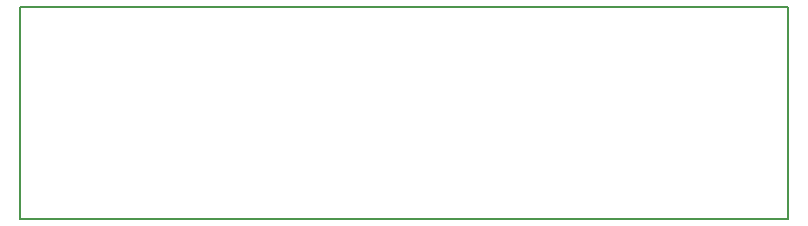
<source format=gbr>
%TF.GenerationSoftware,KiCad,Pcbnew,7.0.10*%
%TF.CreationDate,2024-10-13T16:46:53+02:00*%
%TF.ProjectId,Luz solar,4c757a20-736f-46c6-9172-2e6b69636164,rev?*%
%TF.SameCoordinates,Original*%
%TF.FileFunction,Profile,NP*%
%FSLAX46Y46*%
G04 Gerber Fmt 4.6, Leading zero omitted, Abs format (unit mm)*
G04 Created by KiCad (PCBNEW 7.0.10) date 2024-10-13 16:46:53*
%MOMM*%
%LPD*%
G01*
G04 APERTURE LIST*
%TA.AperFunction,Profile*%
%ADD10C,0.200000*%
%TD*%
G04 APERTURE END LIST*
D10*
X100000000Y-82000000D02*
X165000000Y-82000000D01*
X165000000Y-100000000D01*
X100000000Y-100000000D01*
X100000000Y-82000000D01*
M02*

</source>
